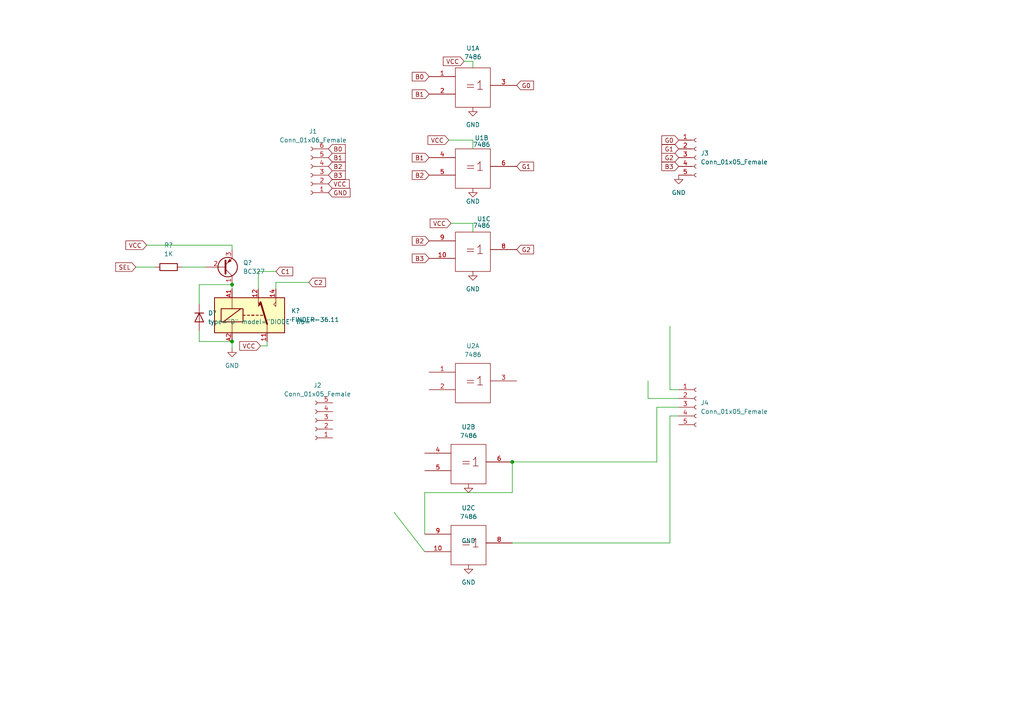
<source format=kicad_sch>
(kicad_sch (version 20211123) (generator eeschema)
  (paper "A4")
  (lib_symbols
    (symbol "74xx_IEEE:7486" (pin_names (offset 0.762))
      (property "Reference" "U" (at 2.54 6.35 0))
      (property "Value" "7486" (at 3.81 -7.62 0))
      (symbol "7486_0_1"
        (rectangle (start -5.08 5.08) (end 5.08 -6.35))
        (text "=1" (at 0.508 0 0) (effects (font (size 2.54 2.54))))
        (pin power_in line (at 0 5.08 270) (length 0) hide (name "Vcc") (number "14"))
        (pin power_in line (at 0 -6.35 90) (length 0) hide (name "Gnd") (number "7"))
      )
      (symbol "7486_1_1"
        (pin input line (at -12.7 2.54 0) (length 7.62) (name "~") (number "1"))
        (pin input line (at -12.7 -2.54 0) (length 7.62) (name "~") (number "2"))
        (pin output line (at 12.7 0 180) (length 7.62) (name "~") (number "3"))
      )
      (symbol "7486_2_1"
        (pin input line (at -12.7 2.54 0) (length 7.62) (name "~") (number "4"))
        (pin input line (at -12.7 -2.54 0) (length 7.62) (name "~") (number "5"))
        (pin output line (at 12.7 0 180) (length 7.62) (name "~") (number "6"))
      )
      (symbol "7486_3_1"
        (pin input line (at -12.7 -2.54 0) (length 7.62) (name "~") (number "10"))
        (pin output line (at 12.7 0 180) (length 7.62) (name "~") (number "8"))
        (pin input line (at -12.7 2.54 0) (length 7.62) (name "~") (number "9"))
      )
      (symbol "7486_4_1"
        (pin output line (at 12.7 0 180) (length 7.62) (name "~") (number "11"))
        (pin input line (at -12.7 2.54 0) (length 7.62) (name "~") (number "12"))
        (pin input line (at -12.7 -2.54 0) (length 7.62) (name "~") (number "13"))
      )
    )
    (symbol "Connector:Conn_01x05_Female" (pin_names (offset 1.016) hide)
      (property "Reference" "J" (at 0 7.62 0))
      (property "Value" "Conn_01x05_Female" (at 0 -7.62 0))
      (symbol "Conn_01x05_Female_1_1"
        (arc (start 0 -4.572) (mid -0.508 -5.08) (end 0 -5.588) (stroke (width 0.1524)))
        (arc (start 0 -2.032) (mid -0.508 -2.54) (end 0 -3.048) (stroke (width 0.1524)))
        (polyline (pts (xy -1.27 -5.08) (xy -0.508 -5.08)) (stroke (width 0.1524)))
        (polyline (pts (xy -1.27 -2.54) (xy -0.508 -2.54)) (stroke (width 0.1524)))
        (polyline (pts (xy -1.27 0) (xy -0.508 0)) (stroke (width 0.1524)))
        (polyline (pts (xy -1.27 2.54) (xy -0.508 2.54)) (stroke (width 0.1524)))
        (polyline (pts (xy -1.27 5.08) (xy -0.508 5.08)) (stroke (width 0.1524)))
        (arc (start 0 0.508) (mid -0.508 0) (end 0 -0.508) (stroke (width 0.1524)))
        (arc (start 0 3.048) (mid -0.508 2.54) (end 0 2.032) (stroke (width 0.1524)))
        (arc (start 0 5.588) (mid -0.508 5.08) (end 0 4.572) (stroke (width 0.1524)))
        (pin passive line (at -5.08 5.08 0) (length 3.81) (name "Pin_1") (number "1"))
        (pin passive line (at -5.08 2.54 0) (length 3.81) (name "Pin_2") (number "2"))
        (pin passive line (at -5.08 0 0) (length 3.81) (name "Pin_3") (number "3"))
        (pin passive line (at -5.08 -2.54 0) (length 3.81) (name "Pin_4") (number "4"))
        (pin passive line (at -5.08 -5.08 0) (length 3.81) (name "Pin_5") (number "5"))
      )
    )
    (symbol "Connector:Conn_01x06_Female" (pin_names (offset 1.016) hide)
      (property "Reference" "J" (at 0 7.62 0))
      (property "Value" "Conn_01x06_Female" (at 0 -10.16 0))
      (symbol "Conn_01x06_Female_1_1"
        (arc (start 0 -7.112) (mid -0.508 -7.62) (end 0 -8.128) (stroke (width 0.1524)))
        (arc (start 0 -4.572) (mid -0.508 -5.08) (end 0 -5.588) (stroke (width 0.1524)))
        (arc (start 0 -2.032) (mid -0.508 -2.54) (end 0 -3.048) (stroke (width 0.1524)))
        (polyline (pts (xy -1.27 -7.62) (xy -0.508 -7.62)) (stroke (width 0.1524)))
        (polyline (pts (xy -1.27 -5.08) (xy -0.508 -5.08)) (stroke (width 0.1524)))
        (polyline (pts (xy -1.27 -2.54) (xy -0.508 -2.54)) (stroke (width 0.1524)))
        (polyline (pts (xy -1.27 0) (xy -0.508 0)) (stroke (width 0.1524)))
        (polyline (pts (xy -1.27 2.54) (xy -0.508 2.54)) (stroke (width 0.1524)))
        (polyline (pts (xy -1.27 5.08) (xy -0.508 5.08)) (stroke (width 0.1524)))
        (arc (start 0 0.508) (mid -0.508 0) (end 0 -0.508) (stroke (width 0.1524)))
        (arc (start 0 3.048) (mid -0.508 2.54) (end 0 2.032) (stroke (width 0.1524)))
        (arc (start 0 5.588) (mid -0.508 5.08) (end 0 4.572) (stroke (width 0.1524)))
        (pin passive line (at -5.08 5.08 0) (length 3.81) (name "Pin_1") (number "1"))
        (pin passive line (at -5.08 2.54 0) (length 3.81) (name "Pin_2") (number "2"))
        (pin passive line (at -5.08 0 0) (length 3.81) (name "Pin_3") (number "3"))
        (pin passive line (at -5.08 -2.54 0) (length 3.81) (name "Pin_4") (number "4"))
        (pin passive line (at -5.08 -5.08 0) (length 3.81) (name "Pin_5") (number "5"))
        (pin passive line (at -5.08 -7.62 0) (length 3.81) (name "Pin_6") (number "6"))
      )
    )
    (symbol "Device:R" (pin_numbers hide) (pin_names (offset 0))
      (property "Reference" "R" (at 2.032 0 90))
      (property "Value" "R" (at 0 0 90))
      (symbol "R_0_1"
        (rectangle (start -1.016 -2.54) (end 1.016 2.54) (stroke (width 0.254)))
      )
      (symbol "R_1_1"
        (pin passive line (at 0 3.81 270) (length 1.27) (name "~") (number "1"))
        (pin passive line (at 0 -3.81 90) (length 1.27) (name "~") (number "2"))
      )
    )
    (symbol "Relay:FINDER-36.11"
      (property "Reference" "K" (at 11.43 3.81 0))
      (property "Value" "FINDER-36.11" (at 11.43 1.27 0))
      (symbol "FINDER-36.11_0_0"
        (polyline (pts (xy 2.54 3.81) (xy 2.54 5.08)))
        (polyline (pts (xy 7.62 3.81) (xy 7.62 5.08)))
        (polyline (pts (xy 7.62 3.81) (xy 7.62 2.54) (xy 6.985 3.175) (xy 7.62 3.81)))
      )
      (symbol "FINDER-36.11_0_1"
        (rectangle (start -10.16 5.08) (end 10.16 -5.08) (stroke (width 0.254)) (fill (type background)))
        (rectangle (start -8.255 1.905) (end -1.905 -1.905) (stroke (width 0.254)))
        (polyline (pts (xy -7.62 -1.905) (xy -2.54 1.905)) (stroke (width 0.254)))
        (polyline (pts (xy -5.08 -5.08) (xy -5.08 -1.905)))
        (polyline (pts (xy -5.08 5.08) (xy -5.08 1.905)))
        (polyline (pts (xy -1.905 0) (xy -1.27 0)) (stroke (width 0.254)))
        (polyline (pts (xy -0.635 0) (xy 0 0)) (stroke (width 0.254)))
        (polyline (pts (xy 0.635 0) (xy 1.27 0)) (stroke (width 0.254)))
        (polyline (pts (xy 0.635 0) (xy 1.27 0)) (stroke (width 0.254)))
        (polyline (pts (xy 1.905 0) (xy 2.54 0)) (stroke (width 0.254)))
        (polyline (pts (xy 3.175 0) (xy 3.81 0)) (stroke (width 0.254)))
        (polyline (pts (xy 5.08 -2.54) (xy 3.175 3.81)) (stroke (width 0.508)))
        (polyline (pts (xy 5.08 -2.54) (xy 5.08 -5.08)))
        (polyline (pts (xy 2.54 2.54) (xy 3.175 3.175) (xy 2.54 3.81)) (fill (type outline)))
      )
      (symbol "FINDER-36.11_1_1"
        (pin passive line (at 5.08 -7.62 90) (length 2.54) (name "~") (number "11"))
        (pin passive line (at 2.54 7.62 270) (length 2.54) (name "~") (number "12"))
        (pin passive line (at 7.62 7.62 270) (length 2.54) (name "~") (number "14"))
        (pin passive line (at -5.08 7.62 270) (length 2.54) (name "~") (number "A1"))
        (pin passive line (at -5.08 -7.62 90) (length 2.54) (name "~") (number "A2"))
      )
    )
    (symbol "Simulation_SPICE:DIODE" (pin_numbers hide) (pin_names (offset 1.016) hide)
      (property "Reference" "D" (at 0 2.54 0))
      (property "Value" "DIODE" (at 0 -2.54 0))
      (symbol "DIODE_0_1"
        (polyline (pts (xy 1.27 0) (xy -1.27 0)))
        (polyline (pts (xy 1.27 1.27) (xy 1.27 -1.27)) (stroke (width 0.254)))
        (polyline (pts (xy -1.27 -1.27) (xy -1.27 1.27) (xy 1.27 0) (xy -1.27 -1.27)) (stroke (width 0.254)))
      )
      (symbol "DIODE_1_1"
        (pin passive line (at -3.81 0 0) (length 2.54) (name "A") (number "1"))
        (pin passive line (at 3.81 0 180) (length 2.54) (name "K") (number "2"))
      )
    )
    (symbol "Transistor_BJT:BC327" (pin_names (offset 0) hide)
      (property "Reference" "Q" (at 5.08 1.905 0))
      (property "Value" "BC327" (at 5.08 0 0))
      (symbol "BC327_0_1"
        (polyline (pts (xy 0.635 0.635) (xy 2.54 2.54)))
        (polyline (pts (xy 0.635 -0.635) (xy 2.54 -2.54) (xy 2.54 -2.54)))
        (polyline (pts (xy 0.635 1.905) (xy 0.635 -1.905) (xy 0.635 -1.905)) (stroke (width 0.508)))
        (polyline (pts (xy 2.286 -1.778) (xy 1.778 -2.286) (xy 1.27 -1.27) (xy 2.286 -1.778) (xy 2.286 -1.778)) (fill (type outline)))
        (circle (center 1.27 0) (radius 2.8194) (stroke (width 0.254)))
      )
      (symbol "BC327_1_1"
        (pin passive line (at 2.54 5.08 270) (length 2.54) (name "C") (number "1"))
        (pin input line (at -5.08 0 0) (length 5.715) (name "B") (number "2"))
        (pin passive line (at 2.54 -5.08 90) (length 2.54) (name "E") (number "3"))
      )
    )
    (symbol "power:GND" (power) (pin_names (offset 0))
      (property "Value" "GND" (at 0 -3.81 0))
      (symbol "GND_0_1"
        (polyline (pts (xy 0 0) (xy 0 -1.27) (xy 1.27 -1.27) (xy 0 -2.54) (xy -1.27 -1.27) (xy 0 -1.27)))
      )
      (symbol "GND_1_1"
        (pin power_in line (at 0 0 270) (length 0) hide (name "GND") (number "1"))
      )
    )
  )
  (junction (at 67.31 99.06))
  (junction (at 148.59 133.985))
  (junction (at 67.31 82.55))
  (wire (pts (xy 67.31 82.55) (xy 67.31 83.82)))
  (wire (pts (xy 67.31 71.12) (xy 67.31 72.39)))
  (wire (pts (xy 148.59 133.985) (xy 190.5 133.985)))
  (wire (pts (xy 42.545 71.12) (xy 67.31 71.12)))
  (wire (pts (xy 80.01 81.915) (xy 80.01 83.82)))
  (wire (pts (xy 114.3 148.59) (xy 123.19 160.02)))
  (wire (pts (xy 74.93 78.74) (xy 74.93 83.82)))
  (wire (pts (xy 137.16 64.77) (xy 137.16 67.31)))
  (wire (pts (xy 137.16 40.64) (xy 137.16 43.18)))
  (wire (pts (xy 190.5 118.11) (xy 196.85 118.11)))
  (wire (pts (xy 57.785 82.55) (xy 67.31 82.55)))
  (wire (pts (xy 148.59 157.48) (xy 194.31 157.48)))
  (wire (pts (xy 194.31 120.65) (xy 196.85 120.65)))
  (wire (pts (xy 130.175 40.64) (xy 137.16 40.64)))
  (wire (pts (xy 190.5 133.985) (xy 190.5 118.11)))
  (wire (pts (xy 130.81 64.77) (xy 137.16 64.77)))
  (wire (pts (xy 52.705 77.47) (xy 59.69 77.47)))
  (wire (pts (xy 194.31 113.03) (xy 196.85 113.03)))
  (wire (pts (xy 187.96 115.57) (xy 196.85 115.57)))
  (wire (pts (xy 89.535 81.915) (xy 80.01 81.915)))
  (wire (pts (xy 148.59 133.985) (xy 148.59 142.875)))
  (wire (pts (xy 187.96 110.49) (xy 187.96 115.57)))
  (wire (pts (xy 75.565 100.33) (xy 77.47 100.33)))
  (wire (pts (xy 57.785 88.265) (xy 57.785 82.55)))
  (wire (pts (xy 123.19 142.875) (xy 123.19 154.94)))
  (wire (pts (xy 134.62 17.78) (xy 137.16 17.78)))
  (wire (pts (xy 67.31 99.06) (xy 67.31 100.965)))
  (wire (pts (xy 77.47 100.33) (xy 77.47 99.06)))
  (wire (pts (xy 137.16 17.78) (xy 137.16 19.685)))
  (wire (pts (xy 57.785 99.06) (xy 67.31 99.06)))
  (wire (pts (xy 80.01 78.74) (xy 74.93 78.74)))
  (wire (pts (xy 148.59 142.875) (xy 123.19 142.875)))
  (wire (pts (xy 194.31 157.48) (xy 194.31 120.65)))
  (wire (pts (xy 57.785 95.885) (xy 57.785 99.06)))
  (wire (pts (xy 194.31 94.615) (xy 194.31 113.03)))
  (wire (pts (xy 39.37 77.47) (xy 45.085 77.47)))
  (global_label "VCC" (shape input) (at 130.81 64.77 180) (property "Intersheet References" "${INTERSHEET_REFS}" (effects hide)))
  (global_label "GND" (shape input) (at 95.25 55.88 0) (property "Intersheet References" "${INTERSHEET_REFS}" (effects hide)))
  (global_label "VCC" (shape input) (at 95.25 53.34 0) (property "Intersheet References" "${INTERSHEET_REFS}" (effects hide)))
  (global_label "VCC" (shape input) (at 75.565 100.33 180) (property "Intersheet References" "${INTERSHEET_REFS}" (effects hide)))
  (global_label "B2" (shape input) (at 124.46 69.85 180) (property "Intersheet References" "${INTERSHEET_REFS}" (effects hide)))
  (global_label "B3" (shape input) (at 95.25 50.8 0) (property "Intersheet References" "${INTERSHEET_REFS}" (effects hide)))
  (global_label "B1" (shape input) (at 95.25 45.72 0) (property "Intersheet References" "${INTERSHEET_REFS}" (effects hide)))
  (global_label "C2" (shape input) (at 89.535 81.915 0) (property "Intersheet References" "${INTERSHEET_REFS}" (effects hide)))
  (global_label "B2" (shape input) (at 95.25 48.26 0) (property "Intersheet References" "${INTERSHEET_REFS}" (effects hide)))
  (global_label "G0" (shape input) (at 196.85 40.64 180) (property "Intersheet References" "${INTERSHEET_REFS}" (effects hide)))
  (global_label "B2" (shape input) (at 124.46 50.8 180) (property "Intersheet References" "${INTERSHEET_REFS}" (effects hide)))
  (global_label "G2" (shape input) (at 196.85 45.72 180) (property "Intersheet References" "${INTERSHEET_REFS}" (effects hide)))
  (global_label "B3" (shape input) (at 124.46 74.93 180) (property "Intersheet References" "${INTERSHEET_REFS}" (effects hide)))
  (global_label "G0" (shape input) (at 149.86 24.765 0) (property "Intersheet References" "${INTERSHEET_REFS}" (effects hide)))
  (global_label "SEL" (shape input) (at 39.37 77.47 180) (property "Intersheet References" "${INTERSHEET_REFS}" (effects hide)))
  (global_label "G1" (shape input) (at 149.86 48.26 0) (property "Intersheet References" "${INTERSHEET_REFS}" (effects hide)))
  (global_label "C1" (shape input) (at 80.01 78.74 0) (property "Intersheet References" "${INTERSHEET_REFS}" (effects hide)))
  (global_label "B1" (shape input) (at 124.46 45.72 180) (property "Intersheet References" "${INTERSHEET_REFS}" (effects hide)))
  (global_label "VCC" (shape input) (at 42.545 71.12 180) (property "Intersheet References" "${INTERSHEET_REFS}" (effects hide)))
  (global_label "G1" (shape input) (at 196.85 43.18 180) (property "Intersheet References" "${INTERSHEET_REFS}" (effects hide)))
  (global_label "B0" (shape input) (at 95.25 43.18 0) (property "Intersheet References" "${INTERSHEET_REFS}" (effects hide)))
  (global_label "VCC" (shape input) (at 134.62 17.78 180) (property "Intersheet References" "${INTERSHEET_REFS}" (effects hide)))
  (global_label "VCC" (shape input) (at 130.175 40.64 180) (property "Intersheet References" "${INTERSHEET_REFS}" (effects hide)))
  (global_label "B3" (shape input) (at 196.85 48.26 180) (property "Intersheet References" "${INTERSHEET_REFS}" (effects hide)))
  (global_label "G2" (shape input) (at 149.86 72.39 0) (property "Intersheet References" "${INTERSHEET_REFS}" (effects hide)))
  (global_label "B0" (shape input) (at 124.46 22.225 180) (property "Intersheet References" "${INTERSHEET_REFS}" (effects hide)))
  (global_label "B1" (shape input) (at 124.46 27.305 180) (property "Intersheet References" "${INTERSHEET_REFS}" (effects hide)))
  (symbol (lib_id "power:GND") (at 137.16 31.115 0) (unit 1)
    (property "Reference" "#PWR?" (effects hide))
    (property "Value" "GND" (at 137.16 36.195 0))
  )
  (symbol (lib_id "power:GND") (at 135.89 163.83 0) (unit 1)
    (property "Reference" "#PWR?" (effects hide))
    (property "Value" "GND" (at 135.89 168.91 0))
  )
  (symbol (lib_id "Connector:Conn_01x05_Female") (at 201.93 45.72 0) (unit 1)
    (property "Reference" "J3" (at 203.2 44.4499 0) (effects (justify left)))
    (property "Value" "Conn_01x05_Female" (at 203.2 46.9899 0) (effects (justify left)))
    (property "Footprint" "Connector_JST:JST_EH_S5B-EH_1x05_P2.50mm_Horizontal" (effects hide))
  )
  (symbol (lib_id "Relay:FINDER-36.11") (at 72.39 91.44 0) (unit 1)
    (property "Reference" "K?" (at 84.455 90.1699 0) (effects (justify left)))
    (property "Value" "FINDER-36.11" (at 84.455 92.7099 0) (effects (justify left)))
    (property "Footprint" "Relay_THT:Relay_SPDT_Finder_36.11" (effects hide))
    (property "Datasheet" "https://gfinder.findernet.com/public/attachments/36/EN/S36EN.pdf" (effects hide))
  )
  (symbol (lib_id "Connector:Conn_01x06_Female") (at 90.17 50.8 180) (unit 1)
    (property "Reference" "J1" (at 90.805 38.1 0))
    (property "Value" "Conn_01x06_Female" (at 90.805 40.64 0))
    (property "Footprint" "Connector_JST:JST_EH_S6B-EH_1x06_P2.50mm_Horizontal" (effects hide))
  )
  (symbol (lib_id "power:GND") (at 196.85 50.8 0) (unit 1)
    (property "Reference" "#PWR?" (effects hide))
    (property "Value" "GND" (at 196.85 55.88 0))
  )
  (symbol (lib_id "74xx_IEEE:7486") (at 137.16 24.765 0) (unit 1)
    (property "Reference" "U1" (at 137.16 13.97 0))
    (property "Value" "7486" (at 137.16 16.51 0))
    (property "Footprint" "Package_DIP:DIP-14_W7.62mm" (effects hide))
  )
  (symbol (lib_id "power:GND") (at 135.89 140.335 0) (unit 1)
    (property "Reference" "#PWR?" (effects hide))
    (property "Value" "GND" (at 135.89 156.845 0))
  )
  (symbol (lib_id "power:GND") (at 67.31 100.965 0) (unit 1)
    (property "Reference" "#PWR?" (effects hide))
    (property "Value" "GND" (at 67.31 106.045 0))
  )
  (symbol (lib_id "power:GND") (at 137.16 78.74 0) (unit 1)
    (property "Reference" "#PWR?" (effects hide))
    (property "Value" "GND" (at 137.16 83.82 0))
  )
  (symbol (lib_id "74xx_IEEE:7486") (at 137.16 72.39 0) (unit 3)
    (property "Reference" "U1" (at 140.335 63.5 0))
    (property "Value" "7486" (at 139.7 65.405 0))
    (property "Footprint" "Package_DIP:DIP-14_W7.62mm" (effects hide))
  )
  (symbol (lib_id "Connector:Conn_01x05_Female") (at 91.44 121.92 180) (unit 1)
    (property "Reference" "J2" (at 92.075 111.76 0))
    (property "Value" "Conn_01x05_Female" (at 92.075 114.3 0))
    (property "Footprint" "Connector_JST:JST_EH_S5B-EH_1x05_P2.50mm_Horizontal" (effects hide))
  )
  (symbol (lib_id "power:GND") (at 137.16 54.61 0) (unit 1)
    (property "Reference" "#PWR?" (effects hide))
    (property "Value" "GND" (at 137.16 58.42 0))
  )
  (symbol (lib_id "74xx_IEEE:7486") (at 137.16 48.26 0) (unit 2)
    (property "Reference" "U1" (at 139.7 40.005 0))
    (property "Value" "7486" (at 139.7 41.91 0))
    (property "Footprint" "Package_DIP:DIP-14_W7.62mm" (effects hide))
  )
  (symbol (lib_id "Connector:Conn_01x05_Female") (at 201.93 118.11 0) (unit 1)
    (property "Reference" "J4" (at 203.2 116.8399 0) (effects (justify left)))
    (property "Value" "Conn_01x05_Female" (at 203.2 119.3799 0) (effects (justify left)))
    (property "Footprint" "Connector_JST:JST_EH_S5B-EH_1x05_P2.50mm_Horizontal" (effects hide))
  )
  (symbol (lib_id "Device:R") (at 48.895 77.47 90) (unit 1)
    (property "Reference" "R?" (at 48.895 71.12 90))
    (property "Value" "1K" (at 48.895 73.66 90))
    (property "Footprint" "Resistor_THT:R_Axial_DIN0207_L6.3mm_D2.5mm_P7.62mm_Horizontal" (effects hide))
  )
  (symbol (lib_id "74xx_IEEE:7486") (at 135.89 133.985 0) (unit 2)
    (property "Reference" "U2" (at 135.89 123.825 0))
    (property "Value" "7486" (at 135.89 126.365 0))
    (property "Footprint" "Package_DIP:DIP-14_W7.62mm" (effects hide))
  )
  (symbol (lib_id "Simulation_SPICE:DIODE") (at 57.785 92.075 90) (unit 1)
    (property "Reference" "D?" (at 60.325 90.8049 90) (effects (justify right)))
    (property "Value" "DIODE" (at 60.325 93.3449 90) (effects (justify right)))
    (property "Footprint" "Diode_SMD:D_MiniMELF" (effects hide))
    (property "Spice_Netlist_Enabled" "Y" (effects hide))
    (property "Spice_Primitive" "D" (effects hide))
  )
  (symbol (lib_id "74xx_IEEE:7486") (at 137.16 110.49 0) (unit 1)
    (property "Reference" "U2" (at 137.16 100.33 0))
    (property "Value" "7486" (at 137.16 102.87 0))
    (property "Footprint" "Package_DIP:DIP-14_W7.62mm" (effects hide))
  )
  (symbol (lib_id "Transistor_BJT:BC327") (at 64.77 77.47 0) (mirror x) (unit 1)
    (property "Reference" "Q?" (at 70.485 76.1999 0) (effects (justify left)))
    (property "Value" "BC327" (at 70.485 78.7399 0) (effects (justify left)))
    (property "Footprint" "Package_TO_SOT_THT:TO-92_Inline" (effects hide))
    (property "Datasheet" "http://www.onsemi.com/pub_link/Collateral/BC327-D.PDF" (effects hide))
  )
  (symbol (lib_id "74xx_IEEE:7486") (at 135.89 157.48 0) (unit 3)
    (property "Reference" "U2" (at 135.89 147.32 0))
    (property "Value" "7486" (at 135.89 149.86 0))
    (property "Footprint" "Package_DIP:DIP-14_W7.62mm" (effects hide))
  )
)
</source>
